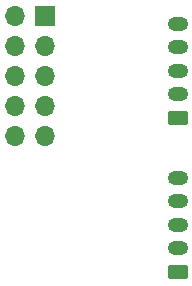
<source format=gbs>
G04 #@! TF.GenerationSoftware,KiCad,Pcbnew,8.0.5*
G04 #@! TF.CreationDate,2025-02-14T04:05:41-05:00*
G04 #@! TF.ProjectId,UTSM Adaptor,5554534d-2041-4646-9170-746f722e6b69,rev?*
G04 #@! TF.SameCoordinates,Original*
G04 #@! TF.FileFunction,Soldermask,Bot*
G04 #@! TF.FilePolarity,Negative*
%FSLAX46Y46*%
G04 Gerber Fmt 4.6, Leading zero omitted, Abs format (unit mm)*
G04 Created by KiCad (PCBNEW 8.0.5) date 2025-02-14 04:05:41*
%MOMM*%
%LPD*%
G01*
G04 APERTURE LIST*
G04 Aperture macros list*
%AMRoundRect*
0 Rectangle with rounded corners*
0 $1 Rounding radius*
0 $2 $3 $4 $5 $6 $7 $8 $9 X,Y pos of 4 corners*
0 Add a 4 corners polygon primitive as box body*
4,1,4,$2,$3,$4,$5,$6,$7,$8,$9,$2,$3,0*
0 Add four circle primitives for the rounded corners*
1,1,$1+$1,$2,$3*
1,1,$1+$1,$4,$5*
1,1,$1+$1,$6,$7*
1,1,$1+$1,$8,$9*
0 Add four rect primitives between the rounded corners*
20,1,$1+$1,$2,$3,$4,$5,0*
20,1,$1+$1,$4,$5,$6,$7,0*
20,1,$1+$1,$6,$7,$8,$9,0*
20,1,$1+$1,$8,$9,$2,$3,0*%
G04 Aperture macros list end*
%ADD10RoundRect,0.250000X0.625000X-0.350000X0.625000X0.350000X-0.625000X0.350000X-0.625000X-0.350000X0*%
%ADD11O,1.750000X1.200000*%
%ADD12R,1.700000X1.700000*%
%ADD13O,1.700000X1.700000*%
G04 APERTURE END LIST*
D10*
X126300000Y-64962500D03*
D11*
X126300000Y-62962500D03*
X126300000Y-60962500D03*
X126300000Y-58962500D03*
X126300000Y-56962500D03*
D10*
X126300000Y-78000000D03*
D11*
X126300000Y-76000000D03*
X126300000Y-74000000D03*
X126300000Y-72000000D03*
X126300000Y-70000000D03*
D12*
X115050000Y-56350000D03*
D13*
X112510000Y-56350000D03*
X115050000Y-58890000D03*
X112510000Y-58890000D03*
X115050000Y-61430000D03*
X112510000Y-61430000D03*
X115050000Y-63970000D03*
X112510000Y-63970000D03*
X115050000Y-66510000D03*
X112510000Y-66510000D03*
M02*

</source>
